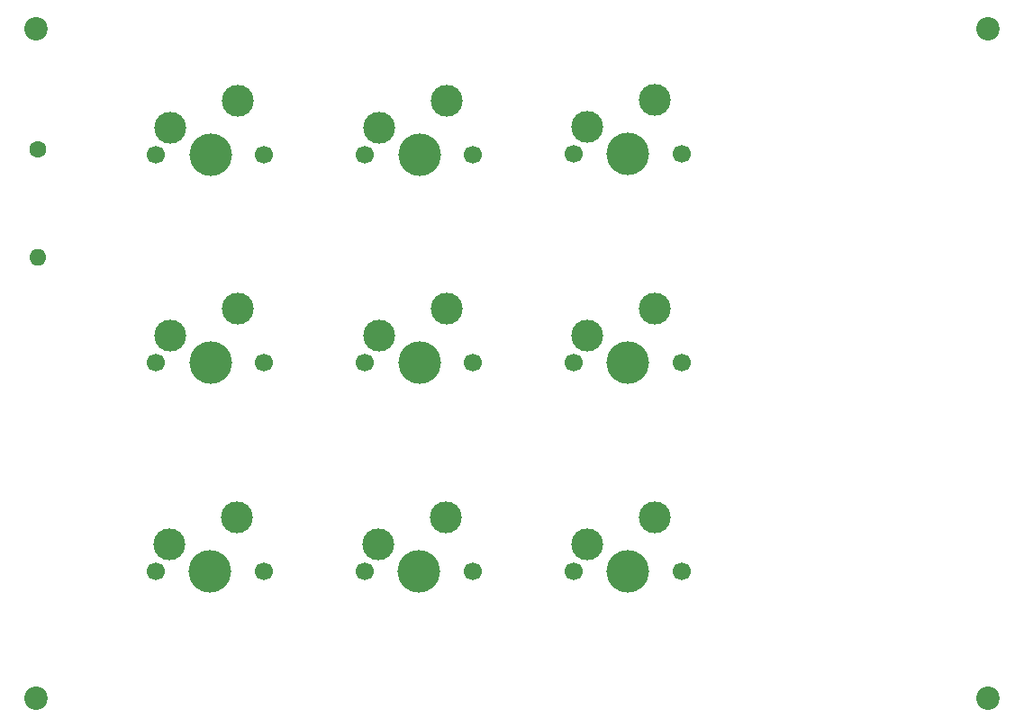
<source format=gbr>
%TF.GenerationSoftware,KiCad,Pcbnew,9.0.0*%
%TF.CreationDate,2025-06-24T12:34:55+10:00*%
%TF.ProjectId,MeowPad,4d656f77-5061-4642-9e6b-696361645f70,rev?*%
%TF.SameCoordinates,Original*%
%TF.FileFunction,Soldermask,Top*%
%TF.FilePolarity,Negative*%
%FSLAX46Y46*%
G04 Gerber Fmt 4.6, Leading zero omitted, Abs format (unit mm)*
G04 Created by KiCad (PCBNEW 9.0.0) date 2025-06-24 12:34:55*
%MOMM*%
%LPD*%
G01*
G04 APERTURE LIST*
%ADD10C,1.600000*%
%ADD11O,1.600000X1.600000*%
%ADD12C,1.700000*%
%ADD13C,3.000000*%
%ADD14C,4.000000*%
%ADD15C,2.200000*%
G04 APERTURE END LIST*
D10*
%TO.C,R1*%
X88124835Y-73166725D03*
D11*
X88124835Y-83326725D03*
%TD*%
D12*
%TO.C,S2*%
X99203000Y-73637000D03*
D13*
X100493000Y-71097000D03*
D14*
X104303000Y-73637000D03*
D13*
X106843000Y-68557000D03*
D12*
X109363000Y-73637000D03*
%TD*%
%TO.C,S12*%
X138453000Y-112867000D03*
D13*
X139743000Y-110327000D03*
D14*
X143553000Y-112867000D03*
D13*
X146093000Y-107787000D03*
D12*
X148613000Y-112867000D03*
%TD*%
D15*
%TO.C,REF\u002A\u002A*%
X177423000Y-61777000D03*
%TD*%
D12*
%TO.C,S7*%
X118843000Y-93227000D03*
D13*
X120133000Y-90687000D03*
D14*
X123943000Y-93227000D03*
D13*
X126483000Y-88147000D03*
D12*
X129003000Y-93227000D03*
%TD*%
%TO.C,S8*%
X138443000Y-93227000D03*
D13*
X139733000Y-90687000D03*
D14*
X143543000Y-93227000D03*
D13*
X146083000Y-88147000D03*
D12*
X148603000Y-93227000D03*
%TD*%
%TO.C,S3*%
X118843000Y-73637000D03*
D13*
X120133000Y-71097000D03*
D14*
X123943000Y-73637000D03*
D13*
X126483000Y-68557000D03*
D12*
X129003000Y-73637000D03*
%TD*%
D15*
%TO.C,REF\u002A\u002A*%
X87923000Y-61777000D03*
%TD*%
D12*
%TO.C,S6*%
X99213000Y-93217000D03*
D13*
X100503000Y-90677000D03*
D14*
X104313000Y-93217000D03*
D13*
X106853000Y-88137000D03*
D12*
X109373000Y-93217000D03*
%TD*%
D15*
%TO.C,REF\u002A\u002A*%
X177423000Y-124777000D03*
%TD*%
%TO.C,REF\u002A\u002A*%
X87923000Y-124777000D03*
%TD*%
D12*
%TO.C,S10*%
X99188000Y-112837000D03*
D13*
X100478000Y-110297000D03*
D14*
X104288000Y-112837000D03*
D13*
X106828000Y-107757000D03*
D12*
X109348000Y-112837000D03*
%TD*%
%TO.C,S11*%
X118813000Y-112857000D03*
D13*
X120103000Y-110317000D03*
D14*
X123913000Y-112857000D03*
D13*
X126453000Y-107777000D03*
D12*
X128973000Y-112857000D03*
%TD*%
%TO.C,S4*%
X138453000Y-73577000D03*
D13*
X139743000Y-71037000D03*
D14*
X143553000Y-73577000D03*
D13*
X146093000Y-68497000D03*
D12*
X148613000Y-73577000D03*
%TD*%
M02*

</source>
